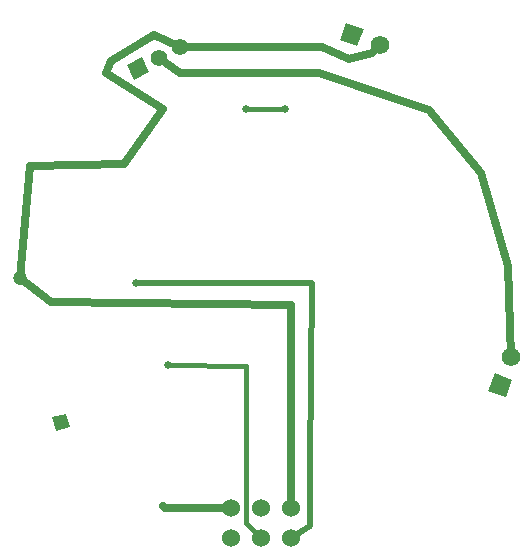
<source format=gbl>
G04 Layer: BottomLayer*
G04 EasyEDA v6.4.25, 2021-11-16T21:36:29+01:00*
G04 969fc306525a459593755dfbefa048c4,10*
G04 Gerber Generator version 0.2*
G04 Scale: 100 percent, Rotated: No, Reflected: No *
G04 Dimensions in millimeters *
G04 leading zeros omitted , absolute positions ,4 integer and 5 decimal *
%FSLAX45Y45*%
%MOMM*%

%ADD10C,0.5080*%
%ADD11C,0.6350*%
%ADD12C,0.3810*%
%ADD14C,0.6604*%
%ADD25C,1.5240*%
%ADD27C,1.5748*%
%ADD29C,1.4000*%
%ADD31C,1.1989*%

%LPD*%
D10*
X215900Y-2184400D02*
G01*
X381000Y-2082800D01*
X381000Y-1574800D01*
X393700Y-25400D01*
X-1092200Y-25400D01*
D11*
X-2080005Y13462D02*
G01*
X-1993900Y965200D01*
X-1193800Y977900D01*
X-863600Y1447800D01*
X-1346200Y1752600D01*
X-1308100Y1854200D01*
X-939800Y2070100D01*
X-723392Y1970278D01*
X970239Y1988563D02*
G01*
X899375Y1917700D01*
X711200Y1866900D01*
X482600Y1968500D01*
X-723498Y1970399D01*
X-901700Y1879600D02*
G01*
X-723900Y1752600D01*
X457200Y1752600D01*
X1384300Y1435100D01*
X1828800Y901700D01*
X2057400Y114300D01*
X2075439Y-655360D01*
X215900Y-1930400D02*
G01*
X215900Y-215900D01*
X-1816100Y-190500D01*
X-2080031Y13500D01*
D12*
X-825500Y-723900D02*
G01*
X-165100Y-733297D01*
X-165100Y-2057400D01*
X-38100Y-2184400D01*
X-165100Y1447800D02*
G01*
X165100Y1447800D01*
D11*
X-863600Y-1917700D02*
G01*
X-850900Y-1930400D01*
X-292100Y-1930400D01*
D25*
G01*
X-292100Y-2184400D03*
G01*
X-292100Y-1930400D03*
G01*
X-38100Y-2184400D03*
G01*
X-38100Y-1930400D03*
G01*
X215900Y-2184400D03*
G01*
X215900Y-1930400D03*
G36*
X832482Y2122497D02*
G01*
X778619Y1974514D01*
X630638Y2028375D01*
X684496Y2176358D01*
G37*
D27*
G01*
X970239Y1988563D03*
G36*
X-1174048Y1819391D02*
G01*
X-1049312Y1882950D01*
X-985751Y1758210D01*
X-1110490Y1694654D01*
G37*
D29*
G01*
X-901700Y1879600D03*
G01*
X-723498Y1970399D03*
G36*
X-1655826Y-1248399D02*
G01*
X-1771068Y-1281445D01*
X-1804116Y-1166202D01*
X-1688871Y-1133157D01*
G37*
D31*
G01*
X-2080031Y13500D03*
G36*
X1941502Y-793120D02*
G01*
X2089485Y-846980D01*
X2035622Y-994963D01*
X1887641Y-941103D01*
G37*
D27*
G01*
X2075439Y-655360D03*
D14*
G01*
X-863600Y-1917700D03*
G01*
X165100Y1447800D03*
G01*
X-165100Y1447800D03*
G01*
X-1092200Y-25400D03*
G01*
X-825500Y-723900D03*
M02*

</source>
